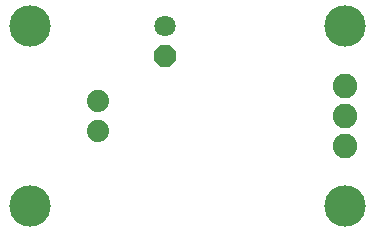
<source format=gbs>
G75*
G70*
%OFA0B0*%
%FSLAX24Y24*%
%IPPOS*%
%LPD*%
%AMOC8*
5,1,8,0,0,1.08239X$1,22.5*
%
%ADD10OC8,0.0710*%
%ADD11C,0.0710*%
%ADD12C,0.0740*%
%ADD13C,0.0820*%
%ADD14C,0.1380*%
D10*
X011833Y009024D03*
D11*
X011833Y010024D03*
D12*
X009621Y007524D03*
X009621Y006524D03*
D13*
X017833Y007024D03*
X017833Y006024D03*
X017833Y008024D03*
D14*
X007333Y004024D03*
X017833Y004024D03*
X017833Y010024D03*
X007333Y010024D03*
M02*

</source>
